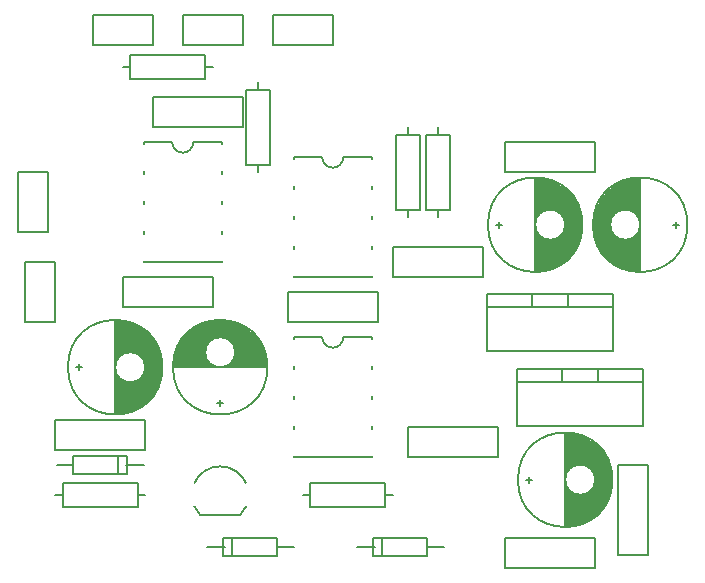
<source format=gbr>
G04 #@! TF.FileFunction,Legend,Top*
%FSLAX46Y46*%
G04 Gerber Fmt 4.6, Leading zero omitted, Abs format (unit mm)*
G04 Created by KiCad (PCBNEW 4.0.1-stable) date 04/27/17 14:33:25*
%MOMM*%
G01*
G04 APERTURE LIST*
%ADD10C,0.100000*%
%ADD11C,0.150000*%
G04 APERTURE END LIST*
D10*
D11*
X184912000Y-75311000D02*
X184912000Y-75819000D01*
X185166000Y-75565000D02*
X184658000Y-75565000D01*
X187960000Y-74993500D02*
X188087000Y-74866500D01*
X188087000Y-74866500D02*
X188087000Y-71691500D01*
X188087000Y-79502000D02*
X188087000Y-76200000D01*
X188214000Y-79502000D02*
X188214000Y-76390500D01*
X188214000Y-76390500D02*
X188341000Y-76517500D01*
X188341000Y-76517500D02*
X188341000Y-79502000D01*
X188341000Y-79502000D02*
X188468000Y-79502000D01*
X188468000Y-79502000D02*
X188468000Y-76644500D01*
X188468000Y-76644500D02*
X188595000Y-76708000D01*
X188595000Y-76708000D02*
X188595000Y-79502000D01*
X188595000Y-79502000D02*
X188722000Y-79438500D01*
X188722000Y-79438500D02*
X188722000Y-76771500D01*
X188722000Y-76771500D02*
X188849000Y-76835000D01*
X188849000Y-76835000D02*
X188849000Y-79375000D01*
X188849000Y-79375000D02*
X188976000Y-79375000D01*
X188976000Y-79375000D02*
X188976000Y-76835000D01*
X188976000Y-76835000D02*
X189103000Y-76835000D01*
X189103000Y-76835000D02*
X189103000Y-79375000D01*
X189103000Y-79375000D02*
X189230000Y-79311500D01*
X189230000Y-79311500D02*
X189230000Y-76898500D01*
X189230000Y-76898500D02*
X189357000Y-76898500D01*
X189357000Y-76898500D02*
X189357000Y-79248000D01*
X189357000Y-79248000D02*
X189484000Y-79184500D01*
X189484000Y-79184500D02*
X189484000Y-76835000D01*
X189484000Y-76835000D02*
X189611000Y-76771500D01*
X189611000Y-76771500D02*
X189611000Y-79184500D01*
X189611000Y-79184500D02*
X189738000Y-79057500D01*
X189738000Y-79057500D02*
X189738000Y-76771500D01*
X189738000Y-76771500D02*
X189865000Y-76708000D01*
X189865000Y-76708000D02*
X189865000Y-79057500D01*
X189865000Y-79057500D02*
X189992000Y-78930500D01*
X189992000Y-78930500D02*
X189992000Y-76581000D01*
X189992000Y-76581000D02*
X190119000Y-76517500D01*
X190119000Y-76517500D02*
X190119000Y-78930500D01*
X190119000Y-78930500D02*
X190246000Y-78740000D01*
X190246000Y-78740000D02*
X190246000Y-76390500D01*
X190246000Y-76390500D02*
X190373000Y-76200000D01*
X190373000Y-76200000D02*
X190373000Y-78676500D01*
X188214000Y-71628000D02*
X188214000Y-74739500D01*
X188214000Y-74739500D02*
X188341000Y-74612500D01*
X188341000Y-74612500D02*
X188341000Y-71628000D01*
X188341000Y-71628000D02*
X188468000Y-71691500D01*
X188468000Y-71691500D02*
X188468000Y-74485500D01*
X188468000Y-74485500D02*
X188595000Y-74358500D01*
X188595000Y-74358500D02*
X188595000Y-71628000D01*
X188595000Y-71628000D02*
X188722000Y-71691500D01*
X188722000Y-71691500D02*
X188722000Y-74358500D01*
X188722000Y-74358500D02*
X188849000Y-74295000D01*
X188849000Y-74295000D02*
X188849000Y-71755000D01*
X188849000Y-71755000D02*
X188976000Y-71755000D01*
X188976000Y-71755000D02*
X188976000Y-74295000D01*
X188976000Y-74295000D02*
X189103000Y-74295000D01*
X189103000Y-74295000D02*
X189103000Y-71755000D01*
X189103000Y-71755000D02*
X189230000Y-71818500D01*
X189230000Y-71818500D02*
X189230000Y-74295000D01*
X189230000Y-74295000D02*
X189357000Y-74295000D01*
X189357000Y-74295000D02*
X189357000Y-71818500D01*
X189357000Y-71818500D02*
X189484000Y-71882000D01*
X189484000Y-71882000D02*
X189484000Y-74295000D01*
X189484000Y-74295000D02*
X189611000Y-74295000D01*
X189611000Y-74295000D02*
X189611000Y-71945500D01*
X189611000Y-71945500D02*
X189738000Y-72009000D01*
X189738000Y-72009000D02*
X189738000Y-74358500D01*
X189738000Y-74358500D02*
X189865000Y-74422000D01*
X189865000Y-74422000D02*
X189865000Y-72072500D01*
X189865000Y-72072500D02*
X189992000Y-72136000D01*
X189992000Y-72136000D02*
X189992000Y-74549000D01*
X189992000Y-74549000D02*
X190119000Y-74612500D01*
X190119000Y-74612500D02*
X190119000Y-72263000D01*
X190119000Y-72263000D02*
X190246000Y-72326500D01*
X190246000Y-72326500D02*
X190246000Y-74739500D01*
X190246000Y-74739500D02*
X190373000Y-74930000D01*
X190373000Y-74930000D02*
X190373000Y-72453500D01*
X190500000Y-72580500D02*
X190881000Y-72961500D01*
X191452500Y-73660000D02*
X191325500Y-73596500D01*
X191325500Y-73596500D02*
X191135000Y-73533000D01*
X191706500Y-76771500D02*
X191706500Y-76581000D01*
X190627000Y-78422500D02*
X190754000Y-78295500D01*
X191135000Y-77787500D02*
X191198500Y-77724000D01*
X190500000Y-75565000D02*
G75*
G03X190500000Y-75565000I-1270000J0D01*
G01*
X187960000Y-71564500D02*
X187960000Y-79502000D01*
X187960000Y-79502000D02*
X188087000Y-79502000D01*
X190373000Y-72390000D02*
X190500000Y-72517000D01*
X190500000Y-72517000D02*
X190500000Y-78613000D01*
X190500000Y-78613000D02*
X190627000Y-78422500D01*
X190627000Y-78422500D02*
X190627000Y-72707500D01*
X190627000Y-72707500D02*
X190754000Y-72771000D01*
X190754000Y-72771000D02*
X190754000Y-78295500D01*
X190754000Y-78295500D02*
X190881000Y-78168500D01*
X190881000Y-78168500D02*
X190881000Y-72961500D01*
X190881000Y-72961500D02*
X191008000Y-73088500D01*
X191008000Y-73088500D02*
X191008000Y-78041500D01*
X191008000Y-78041500D02*
X191135000Y-77914500D01*
X191135000Y-77914500D02*
X191135000Y-73152000D01*
X191135000Y-73152000D02*
X191262000Y-73406000D01*
X191262000Y-73406000D02*
X191262000Y-77660500D01*
X191262000Y-77660500D02*
X191389000Y-77470000D01*
X191389000Y-77470000D02*
X191389000Y-73660000D01*
X191389000Y-73660000D02*
X191516000Y-73914000D01*
X191516000Y-73914000D02*
X191516000Y-77279500D01*
X191516000Y-77279500D02*
X191643000Y-76898500D01*
X191643000Y-76898500D02*
X191643000Y-74104500D01*
X191643000Y-74104500D02*
X191770000Y-74485500D01*
X191770000Y-74485500D02*
X191770000Y-76581000D01*
X191770000Y-76581000D02*
X191833500Y-76263500D01*
X191833500Y-76263500D02*
X191833500Y-74993500D01*
X191960000Y-75565000D02*
G75*
G03X191960000Y-75565000I-4000000J0D01*
G01*
X190500000Y-68580000D02*
X193040000Y-68580000D01*
X193040000Y-68580000D02*
X193040000Y-71120000D01*
X193040000Y-71120000D02*
X190500000Y-71120000D01*
X187960000Y-71120000D02*
X185420000Y-71120000D01*
X185420000Y-71120000D02*
X185420000Y-68580000D01*
X185420000Y-68580000D02*
X187960000Y-68580000D01*
X187960000Y-68580000D02*
X190500000Y-68580000D01*
X187960000Y-71120000D02*
X190500000Y-71120000D01*
X178435000Y-80010000D02*
X175895000Y-80010000D01*
X175895000Y-80010000D02*
X175895000Y-77470000D01*
X175895000Y-77470000D02*
X178435000Y-77470000D01*
X180975000Y-77470000D02*
X183515000Y-77470000D01*
X183515000Y-77470000D02*
X183515000Y-80010000D01*
X183515000Y-80010000D02*
X180975000Y-80010000D01*
X180975000Y-80010000D02*
X178435000Y-80010000D01*
X180975000Y-77470000D02*
X178435000Y-77470000D01*
X158115000Y-67310000D02*
X155575000Y-67310000D01*
X155575000Y-67310000D02*
X155575000Y-64770000D01*
X155575000Y-64770000D02*
X158115000Y-64770000D01*
X160655000Y-64770000D02*
X163195000Y-64770000D01*
X163195000Y-64770000D02*
X163195000Y-67310000D01*
X163195000Y-67310000D02*
X160655000Y-67310000D01*
X160655000Y-67310000D02*
X158115000Y-67310000D01*
X160655000Y-64770000D02*
X158115000Y-64770000D01*
X199898000Y-75819000D02*
X199898000Y-75311000D01*
X199644000Y-75565000D02*
X200152000Y-75565000D01*
X196850000Y-76136500D02*
X196723000Y-76263500D01*
X196723000Y-76263500D02*
X196723000Y-79438500D01*
X196723000Y-71628000D02*
X196723000Y-74930000D01*
X196596000Y-71628000D02*
X196596000Y-74739500D01*
X196596000Y-74739500D02*
X196469000Y-74612500D01*
X196469000Y-74612500D02*
X196469000Y-71628000D01*
X196469000Y-71628000D02*
X196342000Y-71628000D01*
X196342000Y-71628000D02*
X196342000Y-74485500D01*
X196342000Y-74485500D02*
X196215000Y-74422000D01*
X196215000Y-74422000D02*
X196215000Y-71628000D01*
X196215000Y-71628000D02*
X196088000Y-71691500D01*
X196088000Y-71691500D02*
X196088000Y-74358500D01*
X196088000Y-74358500D02*
X195961000Y-74295000D01*
X195961000Y-74295000D02*
X195961000Y-71755000D01*
X195961000Y-71755000D02*
X195834000Y-71755000D01*
X195834000Y-71755000D02*
X195834000Y-74295000D01*
X195834000Y-74295000D02*
X195707000Y-74295000D01*
X195707000Y-74295000D02*
X195707000Y-71755000D01*
X195707000Y-71755000D02*
X195580000Y-71818500D01*
X195580000Y-71818500D02*
X195580000Y-74231500D01*
X195580000Y-74231500D02*
X195453000Y-74231500D01*
X195453000Y-74231500D02*
X195453000Y-71882000D01*
X195453000Y-71882000D02*
X195326000Y-71945500D01*
X195326000Y-71945500D02*
X195326000Y-74295000D01*
X195326000Y-74295000D02*
X195199000Y-74358500D01*
X195199000Y-74358500D02*
X195199000Y-71945500D01*
X195199000Y-71945500D02*
X195072000Y-72072500D01*
X195072000Y-72072500D02*
X195072000Y-74358500D01*
X195072000Y-74358500D02*
X194945000Y-74422000D01*
X194945000Y-74422000D02*
X194945000Y-72072500D01*
X194945000Y-72072500D02*
X194818000Y-72199500D01*
X194818000Y-72199500D02*
X194818000Y-74549000D01*
X194818000Y-74549000D02*
X194691000Y-74612500D01*
X194691000Y-74612500D02*
X194691000Y-72199500D01*
X194691000Y-72199500D02*
X194564000Y-72390000D01*
X194564000Y-72390000D02*
X194564000Y-74739500D01*
X194564000Y-74739500D02*
X194437000Y-74930000D01*
X194437000Y-74930000D02*
X194437000Y-72453500D01*
X196596000Y-79502000D02*
X196596000Y-76390500D01*
X196596000Y-76390500D02*
X196469000Y-76517500D01*
X196469000Y-76517500D02*
X196469000Y-79502000D01*
X196469000Y-79502000D02*
X196342000Y-79438500D01*
X196342000Y-79438500D02*
X196342000Y-76644500D01*
X196342000Y-76644500D02*
X196215000Y-76771500D01*
X196215000Y-76771500D02*
X196215000Y-79502000D01*
X196215000Y-79502000D02*
X196088000Y-79438500D01*
X196088000Y-79438500D02*
X196088000Y-76771500D01*
X196088000Y-76771500D02*
X195961000Y-76835000D01*
X195961000Y-76835000D02*
X195961000Y-79375000D01*
X195961000Y-79375000D02*
X195834000Y-79375000D01*
X195834000Y-79375000D02*
X195834000Y-76835000D01*
X195834000Y-76835000D02*
X195707000Y-76835000D01*
X195707000Y-76835000D02*
X195707000Y-79375000D01*
X195707000Y-79375000D02*
X195580000Y-79311500D01*
X195580000Y-79311500D02*
X195580000Y-76835000D01*
X195580000Y-76835000D02*
X195453000Y-76835000D01*
X195453000Y-76835000D02*
X195453000Y-79311500D01*
X195453000Y-79311500D02*
X195326000Y-79248000D01*
X195326000Y-79248000D02*
X195326000Y-76835000D01*
X195326000Y-76835000D02*
X195199000Y-76835000D01*
X195199000Y-76835000D02*
X195199000Y-79184500D01*
X195199000Y-79184500D02*
X195072000Y-79121000D01*
X195072000Y-79121000D02*
X195072000Y-76771500D01*
X195072000Y-76771500D02*
X194945000Y-76708000D01*
X194945000Y-76708000D02*
X194945000Y-79057500D01*
X194945000Y-79057500D02*
X194818000Y-78994000D01*
X194818000Y-78994000D02*
X194818000Y-76581000D01*
X194818000Y-76581000D02*
X194691000Y-76517500D01*
X194691000Y-76517500D02*
X194691000Y-78867000D01*
X194691000Y-78867000D02*
X194564000Y-78803500D01*
X194564000Y-78803500D02*
X194564000Y-76390500D01*
X194564000Y-76390500D02*
X194437000Y-76200000D01*
X194437000Y-76200000D02*
X194437000Y-78676500D01*
X194310000Y-78549500D02*
X193929000Y-78168500D01*
X193357500Y-77470000D02*
X193484500Y-77533500D01*
X193484500Y-77533500D02*
X193675000Y-77597000D01*
X193103500Y-74358500D02*
X193103500Y-74549000D01*
X194183000Y-72707500D02*
X194056000Y-72834500D01*
X193675000Y-73342500D02*
X193611500Y-73406000D01*
X196850000Y-75565000D02*
G75*
G03X196850000Y-75565000I-1270000J0D01*
G01*
X196850000Y-79565500D02*
X196850000Y-71628000D01*
X196850000Y-71628000D02*
X196723000Y-71628000D01*
X194437000Y-78740000D02*
X194310000Y-78613000D01*
X194310000Y-78613000D02*
X194310000Y-72517000D01*
X194310000Y-72517000D02*
X194183000Y-72707500D01*
X194183000Y-72707500D02*
X194183000Y-78422500D01*
X194183000Y-78422500D02*
X194056000Y-78359000D01*
X194056000Y-78359000D02*
X194056000Y-72834500D01*
X194056000Y-72834500D02*
X193929000Y-72961500D01*
X193929000Y-72961500D02*
X193929000Y-78168500D01*
X193929000Y-78168500D02*
X193802000Y-78041500D01*
X193802000Y-78041500D02*
X193802000Y-73088500D01*
X193802000Y-73088500D02*
X193675000Y-73215500D01*
X193675000Y-73215500D02*
X193675000Y-77978000D01*
X193675000Y-77978000D02*
X193548000Y-77724000D01*
X193548000Y-77724000D02*
X193548000Y-73469500D01*
X193548000Y-73469500D02*
X193421000Y-73660000D01*
X193421000Y-73660000D02*
X193421000Y-77470000D01*
X193421000Y-77470000D02*
X193294000Y-77216000D01*
X193294000Y-77216000D02*
X193294000Y-73850500D01*
X193294000Y-73850500D02*
X193167000Y-74231500D01*
X193167000Y-74231500D02*
X193167000Y-77025500D01*
X193167000Y-77025500D02*
X193040000Y-76644500D01*
X193040000Y-76644500D02*
X193040000Y-74549000D01*
X193040000Y-74549000D02*
X192976500Y-74866500D01*
X192976500Y-74866500D02*
X192976500Y-76136500D01*
X200850000Y-75565000D02*
G75*
G03X200850000Y-75565000I-4000000J0D01*
G01*
X182245000Y-92710000D02*
X184785000Y-92710000D01*
X184785000Y-92710000D02*
X184785000Y-95250000D01*
X184785000Y-95250000D02*
X182245000Y-95250000D01*
X179705000Y-95250000D02*
X177165000Y-95250000D01*
X177165000Y-95250000D02*
X177165000Y-92710000D01*
X177165000Y-92710000D02*
X179705000Y-92710000D01*
X179705000Y-92710000D02*
X182245000Y-92710000D01*
X179705000Y-95250000D02*
X182245000Y-95250000D01*
X187452000Y-96901000D02*
X187452000Y-97409000D01*
X187706000Y-97155000D02*
X187198000Y-97155000D01*
X190500000Y-96583500D02*
X190627000Y-96456500D01*
X190627000Y-96456500D02*
X190627000Y-93281500D01*
X190627000Y-101092000D02*
X190627000Y-97790000D01*
X190754000Y-101092000D02*
X190754000Y-97980500D01*
X190754000Y-97980500D02*
X190881000Y-98107500D01*
X190881000Y-98107500D02*
X190881000Y-101092000D01*
X190881000Y-101092000D02*
X191008000Y-101092000D01*
X191008000Y-101092000D02*
X191008000Y-98234500D01*
X191008000Y-98234500D02*
X191135000Y-98298000D01*
X191135000Y-98298000D02*
X191135000Y-101092000D01*
X191135000Y-101092000D02*
X191262000Y-101028500D01*
X191262000Y-101028500D02*
X191262000Y-98361500D01*
X191262000Y-98361500D02*
X191389000Y-98425000D01*
X191389000Y-98425000D02*
X191389000Y-100965000D01*
X191389000Y-100965000D02*
X191516000Y-100965000D01*
X191516000Y-100965000D02*
X191516000Y-98425000D01*
X191516000Y-98425000D02*
X191643000Y-98425000D01*
X191643000Y-98425000D02*
X191643000Y-100965000D01*
X191643000Y-100965000D02*
X191770000Y-100901500D01*
X191770000Y-100901500D02*
X191770000Y-98488500D01*
X191770000Y-98488500D02*
X191897000Y-98488500D01*
X191897000Y-98488500D02*
X191897000Y-100838000D01*
X191897000Y-100838000D02*
X192024000Y-100774500D01*
X192024000Y-100774500D02*
X192024000Y-98425000D01*
X192024000Y-98425000D02*
X192151000Y-98361500D01*
X192151000Y-98361500D02*
X192151000Y-100774500D01*
X192151000Y-100774500D02*
X192278000Y-100647500D01*
X192278000Y-100647500D02*
X192278000Y-98361500D01*
X192278000Y-98361500D02*
X192405000Y-98298000D01*
X192405000Y-98298000D02*
X192405000Y-100647500D01*
X192405000Y-100647500D02*
X192532000Y-100520500D01*
X192532000Y-100520500D02*
X192532000Y-98171000D01*
X192532000Y-98171000D02*
X192659000Y-98107500D01*
X192659000Y-98107500D02*
X192659000Y-100520500D01*
X192659000Y-100520500D02*
X192786000Y-100330000D01*
X192786000Y-100330000D02*
X192786000Y-97980500D01*
X192786000Y-97980500D02*
X192913000Y-97790000D01*
X192913000Y-97790000D02*
X192913000Y-100266500D01*
X190754000Y-93218000D02*
X190754000Y-96329500D01*
X190754000Y-96329500D02*
X190881000Y-96202500D01*
X190881000Y-96202500D02*
X190881000Y-93218000D01*
X190881000Y-93218000D02*
X191008000Y-93281500D01*
X191008000Y-93281500D02*
X191008000Y-96075500D01*
X191008000Y-96075500D02*
X191135000Y-95948500D01*
X191135000Y-95948500D02*
X191135000Y-93218000D01*
X191135000Y-93218000D02*
X191262000Y-93281500D01*
X191262000Y-93281500D02*
X191262000Y-95948500D01*
X191262000Y-95948500D02*
X191389000Y-95885000D01*
X191389000Y-95885000D02*
X191389000Y-93345000D01*
X191389000Y-93345000D02*
X191516000Y-93345000D01*
X191516000Y-93345000D02*
X191516000Y-95885000D01*
X191516000Y-95885000D02*
X191643000Y-95885000D01*
X191643000Y-95885000D02*
X191643000Y-93345000D01*
X191643000Y-93345000D02*
X191770000Y-93408500D01*
X191770000Y-93408500D02*
X191770000Y-95885000D01*
X191770000Y-95885000D02*
X191897000Y-95885000D01*
X191897000Y-95885000D02*
X191897000Y-93408500D01*
X191897000Y-93408500D02*
X192024000Y-93472000D01*
X192024000Y-93472000D02*
X192024000Y-95885000D01*
X192024000Y-95885000D02*
X192151000Y-95885000D01*
X192151000Y-95885000D02*
X192151000Y-93535500D01*
X192151000Y-93535500D02*
X192278000Y-93599000D01*
X192278000Y-93599000D02*
X192278000Y-95948500D01*
X192278000Y-95948500D02*
X192405000Y-96012000D01*
X192405000Y-96012000D02*
X192405000Y-93662500D01*
X192405000Y-93662500D02*
X192532000Y-93726000D01*
X192532000Y-93726000D02*
X192532000Y-96139000D01*
X192532000Y-96139000D02*
X192659000Y-96202500D01*
X192659000Y-96202500D02*
X192659000Y-93853000D01*
X192659000Y-93853000D02*
X192786000Y-93916500D01*
X192786000Y-93916500D02*
X192786000Y-96329500D01*
X192786000Y-96329500D02*
X192913000Y-96520000D01*
X192913000Y-96520000D02*
X192913000Y-94043500D01*
X193040000Y-94170500D02*
X193421000Y-94551500D01*
X193992500Y-95250000D02*
X193865500Y-95186500D01*
X193865500Y-95186500D02*
X193675000Y-95123000D01*
X194246500Y-98361500D02*
X194246500Y-98171000D01*
X193167000Y-100012500D02*
X193294000Y-99885500D01*
X193675000Y-99377500D02*
X193738500Y-99314000D01*
X193040000Y-97155000D02*
G75*
G03X193040000Y-97155000I-1270000J0D01*
G01*
X190500000Y-93154500D02*
X190500000Y-101092000D01*
X190500000Y-101092000D02*
X190627000Y-101092000D01*
X192913000Y-93980000D02*
X193040000Y-94107000D01*
X193040000Y-94107000D02*
X193040000Y-100203000D01*
X193040000Y-100203000D02*
X193167000Y-100012500D01*
X193167000Y-100012500D02*
X193167000Y-94297500D01*
X193167000Y-94297500D02*
X193294000Y-94361000D01*
X193294000Y-94361000D02*
X193294000Y-99885500D01*
X193294000Y-99885500D02*
X193421000Y-99758500D01*
X193421000Y-99758500D02*
X193421000Y-94551500D01*
X193421000Y-94551500D02*
X193548000Y-94678500D01*
X193548000Y-94678500D02*
X193548000Y-99631500D01*
X193548000Y-99631500D02*
X193675000Y-99504500D01*
X193675000Y-99504500D02*
X193675000Y-94742000D01*
X193675000Y-94742000D02*
X193802000Y-94996000D01*
X193802000Y-94996000D02*
X193802000Y-99250500D01*
X193802000Y-99250500D02*
X193929000Y-99060000D01*
X193929000Y-99060000D02*
X193929000Y-95250000D01*
X193929000Y-95250000D02*
X194056000Y-95504000D01*
X194056000Y-95504000D02*
X194056000Y-98869500D01*
X194056000Y-98869500D02*
X194183000Y-98488500D01*
X194183000Y-98488500D02*
X194183000Y-95694500D01*
X194183000Y-95694500D02*
X194310000Y-96075500D01*
X194310000Y-96075500D02*
X194310000Y-98171000D01*
X194310000Y-98171000D02*
X194373500Y-97853500D01*
X194373500Y-97853500D02*
X194373500Y-96583500D01*
X194500000Y-97155000D02*
G75*
G03X194500000Y-97155000I-4000000J0D01*
G01*
X197485000Y-100965000D02*
X197485000Y-103505000D01*
X197485000Y-103505000D02*
X194945000Y-103505000D01*
X194945000Y-103505000D02*
X194945000Y-100965000D01*
X194945000Y-98425000D02*
X194945000Y-95885000D01*
X194945000Y-95885000D02*
X197485000Y-95885000D01*
X197485000Y-95885000D02*
X197485000Y-98425000D01*
X197485000Y-98425000D02*
X197485000Y-100965000D01*
X194945000Y-98425000D02*
X194945000Y-100965000D01*
X172085000Y-81280000D02*
X174625000Y-81280000D01*
X174625000Y-81280000D02*
X174625000Y-83820000D01*
X174625000Y-83820000D02*
X172085000Y-83820000D01*
X169545000Y-83820000D02*
X167005000Y-83820000D01*
X167005000Y-83820000D02*
X167005000Y-81280000D01*
X167005000Y-81280000D02*
X169545000Y-81280000D01*
X169545000Y-81280000D02*
X172085000Y-81280000D01*
X169545000Y-83820000D02*
X172085000Y-83820000D01*
X158115000Y-80010000D02*
X160655000Y-80010000D01*
X160655000Y-80010000D02*
X160655000Y-82550000D01*
X160655000Y-82550000D02*
X158115000Y-82550000D01*
X155575000Y-82550000D02*
X153035000Y-82550000D01*
X153035000Y-82550000D02*
X153035000Y-80010000D01*
X153035000Y-80010000D02*
X155575000Y-80010000D01*
X155575000Y-80010000D02*
X158115000Y-80010000D01*
X155575000Y-82550000D02*
X158115000Y-82550000D01*
X149352000Y-87376000D02*
X149352000Y-87884000D01*
X149606000Y-87630000D02*
X149098000Y-87630000D01*
X152400000Y-87058500D02*
X152527000Y-86931500D01*
X152527000Y-86931500D02*
X152527000Y-83756500D01*
X152527000Y-91567000D02*
X152527000Y-88265000D01*
X152654000Y-91567000D02*
X152654000Y-88455500D01*
X152654000Y-88455500D02*
X152781000Y-88582500D01*
X152781000Y-88582500D02*
X152781000Y-91567000D01*
X152781000Y-91567000D02*
X152908000Y-91567000D01*
X152908000Y-91567000D02*
X152908000Y-88709500D01*
X152908000Y-88709500D02*
X153035000Y-88773000D01*
X153035000Y-88773000D02*
X153035000Y-91567000D01*
X153035000Y-91567000D02*
X153162000Y-91503500D01*
X153162000Y-91503500D02*
X153162000Y-88836500D01*
X153162000Y-88836500D02*
X153289000Y-88900000D01*
X153289000Y-88900000D02*
X153289000Y-91440000D01*
X153289000Y-91440000D02*
X153416000Y-91440000D01*
X153416000Y-91440000D02*
X153416000Y-88900000D01*
X153416000Y-88900000D02*
X153543000Y-88900000D01*
X153543000Y-88900000D02*
X153543000Y-91440000D01*
X153543000Y-91440000D02*
X153670000Y-91376500D01*
X153670000Y-91376500D02*
X153670000Y-88963500D01*
X153670000Y-88963500D02*
X153797000Y-88963500D01*
X153797000Y-88963500D02*
X153797000Y-91313000D01*
X153797000Y-91313000D02*
X153924000Y-91249500D01*
X153924000Y-91249500D02*
X153924000Y-88900000D01*
X153924000Y-88900000D02*
X154051000Y-88836500D01*
X154051000Y-88836500D02*
X154051000Y-91249500D01*
X154051000Y-91249500D02*
X154178000Y-91122500D01*
X154178000Y-91122500D02*
X154178000Y-88836500D01*
X154178000Y-88836500D02*
X154305000Y-88773000D01*
X154305000Y-88773000D02*
X154305000Y-91122500D01*
X154305000Y-91122500D02*
X154432000Y-90995500D01*
X154432000Y-90995500D02*
X154432000Y-88646000D01*
X154432000Y-88646000D02*
X154559000Y-88582500D01*
X154559000Y-88582500D02*
X154559000Y-90995500D01*
X154559000Y-90995500D02*
X154686000Y-90805000D01*
X154686000Y-90805000D02*
X154686000Y-88455500D01*
X154686000Y-88455500D02*
X154813000Y-88265000D01*
X154813000Y-88265000D02*
X154813000Y-90741500D01*
X152654000Y-83693000D02*
X152654000Y-86804500D01*
X152654000Y-86804500D02*
X152781000Y-86677500D01*
X152781000Y-86677500D02*
X152781000Y-83693000D01*
X152781000Y-83693000D02*
X152908000Y-83756500D01*
X152908000Y-83756500D02*
X152908000Y-86550500D01*
X152908000Y-86550500D02*
X153035000Y-86423500D01*
X153035000Y-86423500D02*
X153035000Y-83693000D01*
X153035000Y-83693000D02*
X153162000Y-83756500D01*
X153162000Y-83756500D02*
X153162000Y-86423500D01*
X153162000Y-86423500D02*
X153289000Y-86360000D01*
X153289000Y-86360000D02*
X153289000Y-83820000D01*
X153289000Y-83820000D02*
X153416000Y-83820000D01*
X153416000Y-83820000D02*
X153416000Y-86360000D01*
X153416000Y-86360000D02*
X153543000Y-86360000D01*
X153543000Y-86360000D02*
X153543000Y-83820000D01*
X153543000Y-83820000D02*
X153670000Y-83883500D01*
X153670000Y-83883500D02*
X153670000Y-86360000D01*
X153670000Y-86360000D02*
X153797000Y-86360000D01*
X153797000Y-86360000D02*
X153797000Y-83883500D01*
X153797000Y-83883500D02*
X153924000Y-83947000D01*
X153924000Y-83947000D02*
X153924000Y-86360000D01*
X153924000Y-86360000D02*
X154051000Y-86360000D01*
X154051000Y-86360000D02*
X154051000Y-84010500D01*
X154051000Y-84010500D02*
X154178000Y-84074000D01*
X154178000Y-84074000D02*
X154178000Y-86423500D01*
X154178000Y-86423500D02*
X154305000Y-86487000D01*
X154305000Y-86487000D02*
X154305000Y-84137500D01*
X154305000Y-84137500D02*
X154432000Y-84201000D01*
X154432000Y-84201000D02*
X154432000Y-86614000D01*
X154432000Y-86614000D02*
X154559000Y-86677500D01*
X154559000Y-86677500D02*
X154559000Y-84328000D01*
X154559000Y-84328000D02*
X154686000Y-84391500D01*
X154686000Y-84391500D02*
X154686000Y-86804500D01*
X154686000Y-86804500D02*
X154813000Y-86995000D01*
X154813000Y-86995000D02*
X154813000Y-84518500D01*
X154940000Y-84645500D02*
X155321000Y-85026500D01*
X155892500Y-85725000D02*
X155765500Y-85661500D01*
X155765500Y-85661500D02*
X155575000Y-85598000D01*
X156146500Y-88836500D02*
X156146500Y-88646000D01*
X155067000Y-90487500D02*
X155194000Y-90360500D01*
X155575000Y-89852500D02*
X155638500Y-89789000D01*
X154940000Y-87630000D02*
G75*
G03X154940000Y-87630000I-1270000J0D01*
G01*
X152400000Y-83629500D02*
X152400000Y-91567000D01*
X152400000Y-91567000D02*
X152527000Y-91567000D01*
X154813000Y-84455000D02*
X154940000Y-84582000D01*
X154940000Y-84582000D02*
X154940000Y-90678000D01*
X154940000Y-90678000D02*
X155067000Y-90487500D01*
X155067000Y-90487500D02*
X155067000Y-84772500D01*
X155067000Y-84772500D02*
X155194000Y-84836000D01*
X155194000Y-84836000D02*
X155194000Y-90360500D01*
X155194000Y-90360500D02*
X155321000Y-90233500D01*
X155321000Y-90233500D02*
X155321000Y-85026500D01*
X155321000Y-85026500D02*
X155448000Y-85153500D01*
X155448000Y-85153500D02*
X155448000Y-90106500D01*
X155448000Y-90106500D02*
X155575000Y-89979500D01*
X155575000Y-89979500D02*
X155575000Y-85217000D01*
X155575000Y-85217000D02*
X155702000Y-85471000D01*
X155702000Y-85471000D02*
X155702000Y-89725500D01*
X155702000Y-89725500D02*
X155829000Y-89535000D01*
X155829000Y-89535000D02*
X155829000Y-85725000D01*
X155829000Y-85725000D02*
X155956000Y-85979000D01*
X155956000Y-85979000D02*
X155956000Y-89344500D01*
X155956000Y-89344500D02*
X156083000Y-88963500D01*
X156083000Y-88963500D02*
X156083000Y-86169500D01*
X156083000Y-86169500D02*
X156210000Y-86550500D01*
X156210000Y-86550500D02*
X156210000Y-88646000D01*
X156210000Y-88646000D02*
X156273500Y-88328500D01*
X156273500Y-88328500D02*
X156273500Y-87058500D01*
X156400000Y-87630000D02*
G75*
G03X156400000Y-87630000I-4000000J0D01*
G01*
X149860000Y-94615000D02*
X147320000Y-94615000D01*
X147320000Y-94615000D02*
X147320000Y-92075000D01*
X147320000Y-92075000D02*
X149860000Y-92075000D01*
X152400000Y-92075000D02*
X154940000Y-92075000D01*
X154940000Y-92075000D02*
X154940000Y-94615000D01*
X154940000Y-94615000D02*
X152400000Y-94615000D01*
X152400000Y-94615000D02*
X149860000Y-94615000D01*
X152400000Y-92075000D02*
X149860000Y-92075000D01*
X161036000Y-90678000D02*
X161544000Y-90678000D01*
X161290000Y-90424000D02*
X161290000Y-90932000D01*
X160718500Y-87630000D02*
X160591500Y-87503000D01*
X160591500Y-87503000D02*
X157416500Y-87503000D01*
X165227000Y-87503000D02*
X161925000Y-87503000D01*
X165227000Y-87376000D02*
X162115500Y-87376000D01*
X162115500Y-87376000D02*
X162242500Y-87249000D01*
X162242500Y-87249000D02*
X165227000Y-87249000D01*
X165227000Y-87249000D02*
X165227000Y-87122000D01*
X165227000Y-87122000D02*
X162369500Y-87122000D01*
X162369500Y-87122000D02*
X162433000Y-86995000D01*
X162433000Y-86995000D02*
X165227000Y-86995000D01*
X165227000Y-86995000D02*
X165163500Y-86868000D01*
X165163500Y-86868000D02*
X162496500Y-86868000D01*
X162496500Y-86868000D02*
X162560000Y-86741000D01*
X162560000Y-86741000D02*
X165100000Y-86741000D01*
X165100000Y-86741000D02*
X165100000Y-86614000D01*
X165100000Y-86614000D02*
X162560000Y-86614000D01*
X162560000Y-86614000D02*
X162560000Y-86487000D01*
X162560000Y-86487000D02*
X165100000Y-86487000D01*
X165100000Y-86487000D02*
X165036500Y-86360000D01*
X165036500Y-86360000D02*
X162623500Y-86360000D01*
X162623500Y-86360000D02*
X162623500Y-86233000D01*
X162623500Y-86233000D02*
X164973000Y-86233000D01*
X164973000Y-86233000D02*
X164909500Y-86106000D01*
X164909500Y-86106000D02*
X162560000Y-86106000D01*
X162560000Y-86106000D02*
X162496500Y-85979000D01*
X162496500Y-85979000D02*
X164909500Y-85979000D01*
X164909500Y-85979000D02*
X164782500Y-85852000D01*
X164782500Y-85852000D02*
X162496500Y-85852000D01*
X162496500Y-85852000D02*
X162433000Y-85725000D01*
X162433000Y-85725000D02*
X164782500Y-85725000D01*
X164782500Y-85725000D02*
X164655500Y-85598000D01*
X164655500Y-85598000D02*
X162306000Y-85598000D01*
X162306000Y-85598000D02*
X162242500Y-85471000D01*
X162242500Y-85471000D02*
X164655500Y-85471000D01*
X164655500Y-85471000D02*
X164465000Y-85344000D01*
X164465000Y-85344000D02*
X162115500Y-85344000D01*
X162115500Y-85344000D02*
X161925000Y-85217000D01*
X161925000Y-85217000D02*
X164401500Y-85217000D01*
X157353000Y-87376000D02*
X160464500Y-87376000D01*
X160464500Y-87376000D02*
X160337500Y-87249000D01*
X160337500Y-87249000D02*
X157353000Y-87249000D01*
X157353000Y-87249000D02*
X157416500Y-87122000D01*
X157416500Y-87122000D02*
X160210500Y-87122000D01*
X160210500Y-87122000D02*
X160083500Y-86995000D01*
X160083500Y-86995000D02*
X157353000Y-86995000D01*
X157353000Y-86995000D02*
X157416500Y-86868000D01*
X157416500Y-86868000D02*
X160083500Y-86868000D01*
X160083500Y-86868000D02*
X160020000Y-86741000D01*
X160020000Y-86741000D02*
X157480000Y-86741000D01*
X157480000Y-86741000D02*
X157480000Y-86614000D01*
X157480000Y-86614000D02*
X160020000Y-86614000D01*
X160020000Y-86614000D02*
X160020000Y-86487000D01*
X160020000Y-86487000D02*
X157480000Y-86487000D01*
X157480000Y-86487000D02*
X157543500Y-86360000D01*
X157543500Y-86360000D02*
X160020000Y-86360000D01*
X160020000Y-86360000D02*
X160020000Y-86233000D01*
X160020000Y-86233000D02*
X157543500Y-86233000D01*
X157543500Y-86233000D02*
X157607000Y-86106000D01*
X157607000Y-86106000D02*
X160020000Y-86106000D01*
X160020000Y-86106000D02*
X160020000Y-85979000D01*
X160020000Y-85979000D02*
X157670500Y-85979000D01*
X157670500Y-85979000D02*
X157734000Y-85852000D01*
X157734000Y-85852000D02*
X160083500Y-85852000D01*
X160083500Y-85852000D02*
X160147000Y-85725000D01*
X160147000Y-85725000D02*
X157797500Y-85725000D01*
X157797500Y-85725000D02*
X157861000Y-85598000D01*
X157861000Y-85598000D02*
X160274000Y-85598000D01*
X160274000Y-85598000D02*
X160337500Y-85471000D01*
X160337500Y-85471000D02*
X157988000Y-85471000D01*
X157988000Y-85471000D02*
X158051500Y-85344000D01*
X158051500Y-85344000D02*
X160464500Y-85344000D01*
X160464500Y-85344000D02*
X160655000Y-85217000D01*
X160655000Y-85217000D02*
X158178500Y-85217000D01*
X158305500Y-85090000D02*
X158686500Y-84709000D01*
X159385000Y-84137500D02*
X159321500Y-84264500D01*
X159321500Y-84264500D02*
X159258000Y-84455000D01*
X162496500Y-83883500D02*
X162306000Y-83883500D01*
X164147500Y-84963000D02*
X164020500Y-84836000D01*
X163512500Y-84455000D02*
X163449000Y-84391500D01*
X162560000Y-86360000D02*
G75*
G03X162560000Y-86360000I-1270000J0D01*
G01*
X157289500Y-87630000D02*
X165227000Y-87630000D01*
X165227000Y-87630000D02*
X165227000Y-87503000D01*
X158115000Y-85217000D02*
X158242000Y-85090000D01*
X158242000Y-85090000D02*
X164338000Y-85090000D01*
X164338000Y-85090000D02*
X164147500Y-84963000D01*
X164147500Y-84963000D02*
X158432500Y-84963000D01*
X158432500Y-84963000D02*
X158496000Y-84836000D01*
X158496000Y-84836000D02*
X164020500Y-84836000D01*
X164020500Y-84836000D02*
X163893500Y-84709000D01*
X163893500Y-84709000D02*
X158686500Y-84709000D01*
X158686500Y-84709000D02*
X158813500Y-84582000D01*
X158813500Y-84582000D02*
X163766500Y-84582000D01*
X163766500Y-84582000D02*
X163639500Y-84455000D01*
X163639500Y-84455000D02*
X158877000Y-84455000D01*
X158877000Y-84455000D02*
X159131000Y-84328000D01*
X159131000Y-84328000D02*
X163385500Y-84328000D01*
X163385500Y-84328000D02*
X163195000Y-84201000D01*
X163195000Y-84201000D02*
X159385000Y-84201000D01*
X159385000Y-84201000D02*
X159639000Y-84074000D01*
X159639000Y-84074000D02*
X163004500Y-84074000D01*
X163004500Y-84074000D02*
X162623500Y-83947000D01*
X162623500Y-83947000D02*
X159829500Y-83947000D01*
X159829500Y-83947000D02*
X160210500Y-83820000D01*
X160210500Y-83820000D02*
X162306000Y-83820000D01*
X162306000Y-83820000D02*
X161988500Y-83756500D01*
X161988500Y-83756500D02*
X160718500Y-83756500D01*
X165290000Y-87630000D02*
G75*
G03X165290000Y-87630000I-4000000J0D01*
G01*
X178816520Y-102867460D02*
X180213520Y-102867460D01*
X174371520Y-102867460D02*
X172847520Y-102867460D01*
X175006520Y-102105460D02*
X175006520Y-103629460D01*
X174244520Y-102867460D02*
X174244520Y-103629460D01*
X174244520Y-103629460D02*
X178816520Y-103629460D01*
X178816520Y-103629460D02*
X178816520Y-102105460D01*
X178816520Y-102105460D02*
X174244520Y-102105460D01*
X174244520Y-102105460D02*
X174244520Y-102867460D01*
X166116520Y-102867460D02*
X167513520Y-102867460D01*
X161671520Y-102867460D02*
X160147520Y-102867460D01*
X162306520Y-102105460D02*
X162306520Y-103629460D01*
X161544520Y-102867460D02*
X161544520Y-103629460D01*
X161544520Y-103629460D02*
X166116520Y-103629460D01*
X166116520Y-103629460D02*
X166116520Y-102105460D01*
X166116520Y-102105460D02*
X161544520Y-102105460D01*
X161544520Y-102105460D02*
X161544520Y-102867460D01*
X148843480Y-95887540D02*
X147446480Y-95887540D01*
X153288480Y-95887540D02*
X154812480Y-95887540D01*
X152653480Y-96649540D02*
X152653480Y-95125540D01*
X153415480Y-95887540D02*
X153415480Y-95125540D01*
X153415480Y-95125540D02*
X148843480Y-95125540D01*
X148843480Y-95125540D02*
X148843480Y-96649540D01*
X148843480Y-96649540D02*
X153415480Y-96649540D01*
X153415480Y-96649540D02*
X153415480Y-95887540D01*
X185420000Y-102108000D02*
X185420000Y-104648000D01*
X185420000Y-104648000D02*
X193040000Y-104648000D01*
X193040000Y-104648000D02*
X193040000Y-102108000D01*
X193040000Y-102108000D02*
X185420000Y-102108000D01*
X144145000Y-71120000D02*
X144145000Y-76200000D01*
X144145000Y-76200000D02*
X146685000Y-76200000D01*
X146685000Y-76200000D02*
X146685000Y-71120000D01*
X146685000Y-71120000D02*
X144145000Y-71120000D01*
X144780000Y-78740000D02*
X144780000Y-83820000D01*
X144780000Y-83820000D02*
X147320000Y-83820000D01*
X147320000Y-83820000D02*
X147320000Y-78740000D01*
X147320000Y-78740000D02*
X144780000Y-78740000D01*
X150495000Y-60325000D02*
X155575000Y-60325000D01*
X155575000Y-60325000D02*
X155575000Y-57785000D01*
X155575000Y-57785000D02*
X150495000Y-57785000D01*
X150495000Y-57785000D02*
X150495000Y-60325000D01*
X158115000Y-60325000D02*
X163195000Y-60325000D01*
X163195000Y-60325000D02*
X163195000Y-57785000D01*
X163195000Y-57785000D02*
X158115000Y-57785000D01*
X158115000Y-57785000D02*
X158115000Y-60325000D01*
X165735000Y-60325000D02*
X170815000Y-60325000D01*
X170815000Y-60325000D02*
X170815000Y-57785000D01*
X170815000Y-57785000D02*
X165735000Y-57785000D01*
X165735000Y-57785000D02*
X165735000Y-60325000D01*
X159102305Y-99421990D02*
G75*
G03X159590000Y-100125000I2187695J996990D01*
G01*
X163477695Y-99421990D02*
G75*
G02X162990000Y-100125000I-2187695J996990D01*
G01*
X159590000Y-100125000D02*
X162990000Y-100125000D01*
X159105121Y-97431873D02*
G75*
G02X161290000Y-96025000I2184879J-993127D01*
G01*
X163474879Y-97431873D02*
G75*
G03X161290000Y-96025000I-2184879J-993127D01*
G01*
X168910000Y-97409000D02*
X175260000Y-97409000D01*
X175260000Y-99441000D02*
X168910000Y-99441000D01*
X168910000Y-98425000D02*
X168275000Y-98425000D01*
X175260000Y-98425000D02*
X175895000Y-98425000D01*
X175260000Y-98425000D02*
X175260000Y-99441000D01*
X168910000Y-99441000D02*
X168910000Y-97409000D01*
X175260000Y-97409000D02*
X175260000Y-98425000D01*
X154305000Y-99441000D02*
X147955000Y-99441000D01*
X147955000Y-97409000D02*
X154305000Y-97409000D01*
X154305000Y-98425000D02*
X154940000Y-98425000D01*
X147955000Y-98425000D02*
X147320000Y-98425000D01*
X147955000Y-98425000D02*
X147955000Y-97409000D01*
X154305000Y-97409000D02*
X154305000Y-99441000D01*
X147955000Y-99441000D02*
X147955000Y-98425000D01*
X178181000Y-67945000D02*
X178181000Y-74295000D01*
X176149000Y-74295000D02*
X176149000Y-67945000D01*
X177165000Y-67945000D02*
X177165000Y-67310000D01*
X177165000Y-74295000D02*
X177165000Y-74930000D01*
X177165000Y-74295000D02*
X176149000Y-74295000D01*
X176149000Y-67945000D02*
X178181000Y-67945000D01*
X178181000Y-74295000D02*
X177165000Y-74295000D01*
X178689000Y-74295000D02*
X178689000Y-67945000D01*
X180721000Y-67945000D02*
X180721000Y-74295000D01*
X179705000Y-74295000D02*
X179705000Y-74930000D01*
X179705000Y-67945000D02*
X179705000Y-67310000D01*
X179705000Y-67945000D02*
X180721000Y-67945000D01*
X180721000Y-74295000D02*
X178689000Y-74295000D01*
X178689000Y-67945000D02*
X179705000Y-67945000D01*
X160020000Y-63246000D02*
X153670000Y-63246000D01*
X153670000Y-61214000D02*
X160020000Y-61214000D01*
X160020000Y-62230000D02*
X160655000Y-62230000D01*
X153670000Y-62230000D02*
X153035000Y-62230000D01*
X153670000Y-62230000D02*
X153670000Y-61214000D01*
X160020000Y-61214000D02*
X160020000Y-63246000D01*
X153670000Y-63246000D02*
X153670000Y-62230000D01*
X165481000Y-64135000D02*
X165481000Y-70485000D01*
X163449000Y-70485000D02*
X163449000Y-64135000D01*
X164465000Y-64135000D02*
X164465000Y-63500000D01*
X164465000Y-70485000D02*
X164465000Y-71120000D01*
X164465000Y-70485000D02*
X163449000Y-70485000D01*
X163449000Y-64135000D02*
X165481000Y-64135000D01*
X165481000Y-70485000D02*
X164465000Y-70485000D01*
X169926000Y-85090000D02*
X167513000Y-85090000D01*
X171704000Y-85090000D02*
X174117000Y-85090000D01*
X169926000Y-85090000D02*
G75*
G03X170815000Y-85979000I889000J0D01*
G01*
X170815000Y-85979000D02*
G75*
G03X171704000Y-85090000I0J889000D01*
G01*
X167513000Y-95250000D02*
X167513000Y-95123000D01*
X167513000Y-92583000D02*
X167513000Y-92837000D01*
X167513000Y-90043000D02*
X167513000Y-90297000D01*
X167513000Y-87503000D02*
X167513000Y-87757000D01*
X167513000Y-85090000D02*
X167513000Y-85217000D01*
X174117000Y-85090000D02*
X174117000Y-85217000D01*
X174117000Y-95250000D02*
X174117000Y-95123000D01*
X174117000Y-92583000D02*
X174117000Y-92837000D01*
X174117000Y-90043000D02*
X174117000Y-90297000D01*
X174117000Y-87503000D02*
X174117000Y-87757000D01*
X167513000Y-95250000D02*
X174117000Y-95250000D01*
X169926000Y-69850000D02*
X167513000Y-69850000D01*
X171704000Y-69850000D02*
X174117000Y-69850000D01*
X169926000Y-69850000D02*
G75*
G03X170815000Y-70739000I889000J0D01*
G01*
X170815000Y-70739000D02*
G75*
G03X171704000Y-69850000I0J889000D01*
G01*
X167513000Y-80010000D02*
X167513000Y-79883000D01*
X167513000Y-77343000D02*
X167513000Y-77597000D01*
X167513000Y-74803000D02*
X167513000Y-75057000D01*
X167513000Y-72263000D02*
X167513000Y-72517000D01*
X167513000Y-69850000D02*
X167513000Y-69977000D01*
X174117000Y-69850000D02*
X174117000Y-69977000D01*
X174117000Y-80010000D02*
X174117000Y-79883000D01*
X174117000Y-77343000D02*
X174117000Y-77597000D01*
X174117000Y-74803000D02*
X174117000Y-75057000D01*
X174117000Y-72263000D02*
X174117000Y-72517000D01*
X167513000Y-80010000D02*
X174117000Y-80010000D01*
X157226000Y-68580000D02*
X154813000Y-68580000D01*
X159004000Y-68580000D02*
X161417000Y-68580000D01*
X157226000Y-68580000D02*
G75*
G03X158115000Y-69469000I889000J0D01*
G01*
X158115000Y-69469000D02*
G75*
G03X159004000Y-68580000I0J889000D01*
G01*
X154813000Y-78740000D02*
X154813000Y-78613000D01*
X154813000Y-76073000D02*
X154813000Y-76327000D01*
X154813000Y-73533000D02*
X154813000Y-73787000D01*
X154813000Y-70993000D02*
X154813000Y-71247000D01*
X154813000Y-68580000D02*
X154813000Y-68707000D01*
X161417000Y-68580000D02*
X161417000Y-68707000D01*
X161417000Y-78740000D02*
X161417000Y-78613000D01*
X161417000Y-76073000D02*
X161417000Y-76327000D01*
X161417000Y-73533000D02*
X161417000Y-73787000D01*
X161417000Y-70993000D02*
X161417000Y-71247000D01*
X154813000Y-78740000D02*
X161417000Y-78740000D01*
X187706000Y-81407000D02*
X187706000Y-82550000D01*
X190754000Y-81407000D02*
X190754000Y-82550000D01*
X194564000Y-82550000D02*
X194564000Y-86233000D01*
X194564000Y-86233000D02*
X183896000Y-86233000D01*
X183896000Y-86233000D02*
X183896000Y-82550000D01*
X194564000Y-81407000D02*
X194564000Y-82550000D01*
X194564000Y-82550000D02*
X183896000Y-82550000D01*
X183896000Y-82550000D02*
X183896000Y-81407000D01*
X189230000Y-81407000D02*
X183896000Y-81407000D01*
X189230000Y-81407000D02*
X194564000Y-81407000D01*
X190246000Y-87757000D02*
X190246000Y-88900000D01*
X193294000Y-87757000D02*
X193294000Y-88900000D01*
X197104000Y-88900000D02*
X197104000Y-92583000D01*
X197104000Y-92583000D02*
X186436000Y-92583000D01*
X186436000Y-92583000D02*
X186436000Y-88900000D01*
X197104000Y-87757000D02*
X197104000Y-88900000D01*
X197104000Y-88900000D02*
X186436000Y-88900000D01*
X186436000Y-88900000D02*
X186436000Y-87757000D01*
X191770000Y-87757000D02*
X186436000Y-87757000D01*
X191770000Y-87757000D02*
X197104000Y-87757000D01*
M02*

</source>
